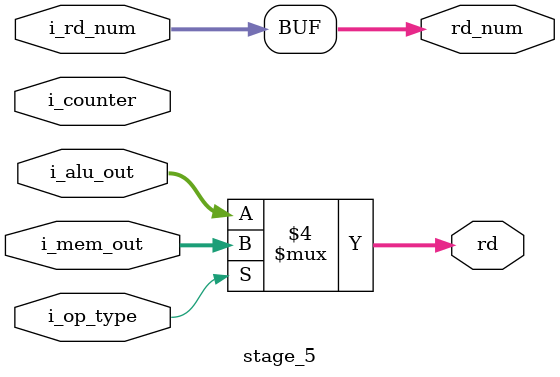
<source format=v>
`ifndef STAGE_5  
`define STAGE_5
`include "constants.vh"
`include "utils.vh"
`endif

module stage_5(input[31:0] i_counter,
              input[31:0] i_mem_out,         
              input[4:0] i_rd_num,
              input[31:0] i_alu_out,
              input i_op_type,
              output reg[4:0] rd_num,
              output reg[31:0] rd);

	always @(*) begin
	    $display("---begin begin write back---");
		$display("i_counter = %0h", i_counter);
		if (i_op_type == 0) rd = i_alu_out;
		else rd = i_mem_out;		
		rd_num = i_rd_num;
		
		$display("i_mem_out = %0h", i_mem_out);
        $display("i_rd_num = %0h", i_rd_num);
        $display("i_alu_out = %0h", i_alu_out);
        $display("i_op_type = %0h", i_op_type);
        $display("rd_num = %0h", rd_num);
        $display("rd = %0h", rd);
		$display("---end write back---");
	end
	
	
endmodule

</source>
